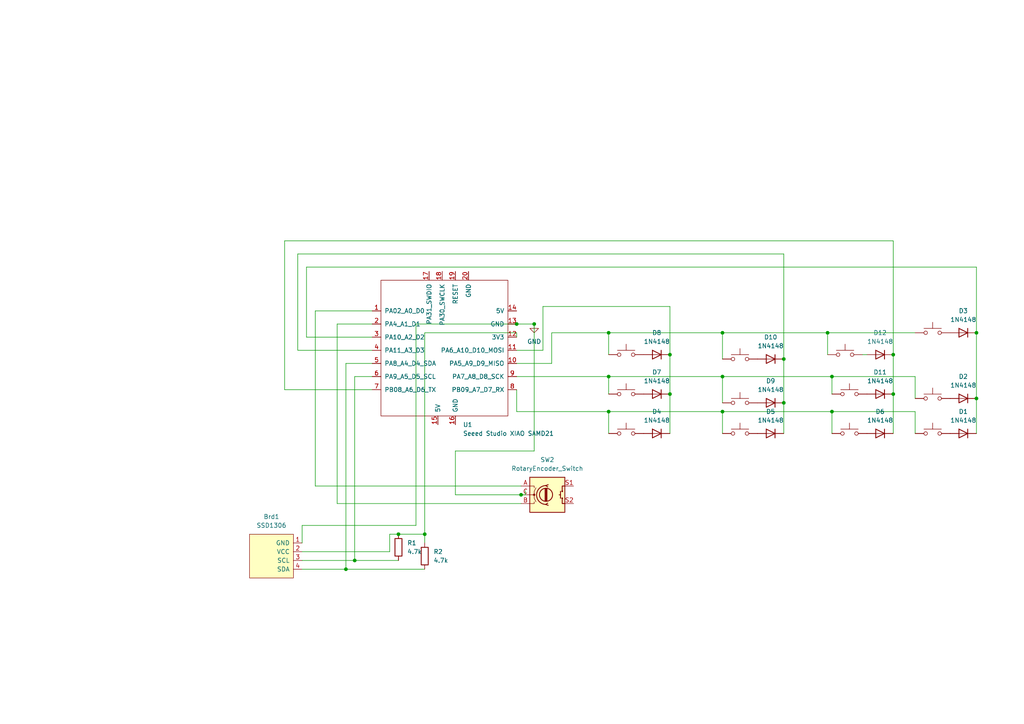
<source format=kicad_sch>
(kicad_sch (version 20231120) (generator "eeschema") (generator_version "8.0")
  (paper "A4")
  (lib_symbols
    (symbol "Device:R" (pin_numbers hide) (pin_names (offset 0))
      (property "Reference" "R" (at 2.032 0 90))
      (property "Value" "R" (at 0 0 90))
      (symbol "R_0_1"
        (rectangle (start -1.016 -2.54) (end 1.016 2.54) (stroke (width 0.254)))
      )
      (symbol "R_1_1"
        (pin passive line (at 0 3.81 270) (length 1.27) (name "~") (number "1"))
        (pin passive line (at 0 -3.81 90) (length 1.27) (name "~") (number "2"))
      )
    )
    (symbol "Device:RotaryEncoder_Switch" (pin_names (offset 0.254) hide)
      (property "Reference" "SW" (at 0 6.604 0))
      (property "Value" "RotaryEncoder_Switch" (at 0 -6.604 0))
      (symbol "RotaryEncoder_Switch_0_1"
        (rectangle (start -5.08 5.08) (end 5.08 -5.08) (stroke (width 0.254)) (fill (type background)))
        (circle (center -3.81 0) (radius 0.254) (fill (type outline)))
        (circle (center -0.381 0) (radius 1.905) (stroke (width 0.254)))
        (arc (start -0.381 2.667) (mid -3.0988 -0.0635) (end -0.381 -2.794) (stroke (width 0.254)))
        (polyline (pts (xy -0.635 -1.778) (xy -0.635 1.778)) (stroke (width 0.254)))
        (polyline (pts (xy -0.381 -1.778) (xy -0.381 1.778)) (stroke (width 0.254)))
        (polyline (pts (xy -0.127 1.778) (xy -0.127 -1.778)) (stroke (width 0.254)))
        (polyline (pts (xy 3.81 0) (xy 3.429 0)) (stroke (width 0.254)))
        (polyline (pts (xy 3.81 1.016) (xy 3.81 -1.016)) (stroke (width 0.254)))
        (polyline (pts (xy -5.08 -2.54) (xy -3.81 -2.54) (xy -3.81 -2.032)))
        (polyline (pts (xy -5.08 2.54) (xy -3.81 2.54) (xy -3.81 2.032)))
        (polyline (pts (xy 0.254 -3.048) (xy -0.508 -2.794) (xy 0.127 -2.413)) (stroke (width 0.254)))
        (polyline (pts (xy 0.254 2.921) (xy -0.508 2.667) (xy 0.127 2.286)) (stroke (width 0.254)))
        (polyline (pts (xy 5.08 -2.54) (xy 4.318 -2.54) (xy 4.318 -1.016)) (stroke (width 0.254)))
        (polyline (pts (xy 5.08 2.54) (xy 4.318 2.54) (xy 4.318 1.016)) (stroke (width 0.254)))
        (polyline (pts (xy -5.08 0) (xy -3.81 0) (xy -3.81 -1.016) (xy -3.302 -2.032)))
        (polyline (pts (xy -4.318 0) (xy -3.81 0) (xy -3.81 1.016) (xy -3.302 2.032)))
        (circle (center 4.318 -1.016) (radius 0.127) (stroke (width 0.254)))
        (circle (center 4.318 1.016) (radius 0.127) (stroke (width 0.254)))
      )
      (symbol "RotaryEncoder_Switch_1_1"
        (pin passive line (at -7.62 2.54 0) (length 2.54) (name "A") (number "A"))
        (pin passive line (at -7.62 -2.54 0) (length 2.54) (name "B") (number "B"))
        (pin passive line (at -7.62 0 0) (length 2.54) (name "C") (number "C"))
        (pin passive line (at 7.62 2.54 180) (length 2.54) (name "S1") (number "S1"))
        (pin passive line (at 7.62 -2.54 180) (length 2.54) (name "S2") (number "S2"))
      )
    )
    (symbol "Diode:1N4148" (pin_numbers hide) (pin_names hide)
      (property "Reference" "D" (at 0 2.54 0))
      (property "Value" "1N4148" (at 0 -2.54 0))
      (symbol "1N4148_0_1"
        (polyline (pts (xy -1.27 1.27) (xy -1.27 -1.27)) (stroke (width 0.254)))
        (polyline (pts (xy 1.27 0) (xy -1.27 0)))
        (polyline (pts (xy 1.27 1.27) (xy 1.27 -1.27) (xy -1.27 0) (xy 1.27 1.27)) (stroke (width 0.254)))
      )
      (symbol "1N4148_1_1"
        (pin passive line (at -3.81 0 0) (length 2.54) (name "K") (number "1"))
        (pin passive line (at 3.81 0 180) (length 2.54) (name "A") (number "2"))
      )
    )
    (symbol "SSD1306-128x64_OLED:SSD1306" (pin_names (offset 1.016))
      (property "Reference" "Brd" (at 0 -3.81 0))
      (property "Value" "SSD1306" (at 0 -1.27 0))
      (symbol "SSD1306_0_1"
        (rectangle (start -6.35 6.35) (end 6.35 -6.35) (fill (type background)))
      )
      (symbol "SSD1306_1_1"
        (pin input line (at -3.81 8.89 270) (length 2.54) (name "GND") (number "1"))
        (pin input line (at -1.27 8.89 270) (length 2.54) (name "VCC") (number "2"))
        (pin input line (at 1.27 8.89 270) (length 2.54) (name "SCL") (number "3"))
        (pin input line (at 3.81 8.89 270) (length 2.54) (name "SDA") (number "4"))
      )
    )
    (symbol "Seeed_Studio_XIAO_Series:Seeed Studio XIAO SAMD21" (pin_names (offset 1.016))
      (property "Reference" "U" (at -19.05 22.86 0))
      (property "Value" "Seeed Studio XIAO SAMD21" (at -12.7 21.59 0))
      (symbol "Seeed Studio XIAO SAMD21_0_1"
        (rectangle (start -19.05 20.32) (end 17.78 -19.05))
      )
      (symbol "Seeed Studio XIAO SAMD21_1_1"
        (pin unspecified line (at -21.59 11.43 0) (length 2.54) (name "PA02_A0_D0") (number "1"))
        (pin unspecified line (at 20.32 -3.81 180) (length 2.54) (name "PA5_A9_D9_MISO") (number "10"))
        (pin unspecified line (at 20.32 0 180) (length 2.54) (name "PA6_A10_D10_MOSI") (number "11"))
        (pin unspecified line (at 20.32 3.81 180) (length 2.54) (name "3V3") (number "12"))
        (pin unspecified line (at 20.32 7.62 180) (length 2.54) (name "GND") (number "13"))
        (pin unspecified line (at 20.32 11.43 180) (length 2.54) (name "5V") (number "14"))
        (pin input line (at -2.54 -21.59 90) (length 2.54) (name "5V") (number "15"))
        (pin input line (at 2.54 -21.59 90) (length 2.54) (name "GND") (number "16"))
        (pin input line (at -5.08 22.86 270) (length 2.54) (name "PA31_SWDIO") (number "17"))
        (pin input line (at -1.27 22.86 270) (length 2.54) (name "PA30_SWCLK") (number "18"))
        (pin input line (at 2.54 22.86 270) (length 2.54) (name "RESET") (number "19"))
        (pin unspecified line (at -21.59 7.62 0) (length 2.54) (name "PA4_A1_D1") (number "2"))
        (pin input line (at 6.35 22.86 270) (length 2.54) (name "GND") (number "20"))
        (pin unspecified line (at -21.59 3.81 0) (length 2.54) (name "PA10_A2_D2") (number "3"))
        (pin unspecified line (at -21.59 0 0) (length 2.54) (name "PA11_A3_D3") (number "4"))
        (pin unspecified line (at -21.59 -3.81 0) (length 2.54) (name "PA8_A4_D4_SDA") (number "5"))
        (pin unspecified line (at -21.59 -7.62 0) (length 2.54) (name "PA9_A5_D5_SCL") (number "6"))
        (pin unspecified line (at -21.59 -11.43 0) (length 2.54) (name "PB08_A6_D6_TX") (number "7"))
        (pin unspecified line (at 20.32 -11.43 180) (length 2.54) (name "PB09_A7_D7_RX") (number "8"))
        (pin unspecified line (at 20.32 -7.62 180) (length 2.54) (name "PA7_A8_D8_SCK") (number "9"))
      )
    )
    (symbol "Switch:SW_Push" (pin_numbers hide) (pin_names (offset 1.016) hide)
      (property "Reference" "SW" (at 1.27 2.54 0))
      (property "Value" "SW_Push" (at 0 -1.524 0))
      (symbol "SW_Push_0_1"
        (circle (center -2.032 0) (radius 0.508))
        (polyline (pts (xy 0 1.27) (xy 0 3.048)))
        (polyline (pts (xy 2.54 1.27) (xy -2.54 1.27)))
        (circle (center 2.032 0) (radius 0.508))
        (pin passive line (at -5.08 0 0) (length 2.54) (name "1") (number "1"))
        (pin passive line (at 5.08 0 180) (length 2.54) (name "2") (number "2"))
      )
    )
    (symbol "power:GND" (power) (pin_numbers hide) (pin_names (offset 0) hide)
      (property "Value" "GND" (at 0 -3.81 0))
      (symbol "GND_0_1"
        (polyline (pts (xy 0 0) (xy 0 -1.27) (xy 1.27 -1.27) (xy 0 -2.54) (xy -1.27 -1.27) (xy 0 -1.27)))
      )
      (symbol "GND_1_1"
        (pin power_in line (at 0 0 270) (length 0) (name "~") (number "1"))
      )
    )
  )
  (junction (at 154.94 93.98))
  (junction (at 194.31 114.3))
  (junction (at 194.31 102.87))
  (junction (at 209.55 109.22))
  (junction (at 241.3 109.22))
  (junction (at 102.87 162.56))
  (junction (at 176.53 96.52))
  (junction (at 151.13 143.51))
  (junction (at 123.19 154.94))
  (junction (at 240.03 96.52))
  (junction (at 149.86 93.98))
  (junction (at 241.3 119.38))
  (junction (at 115.57 154.94))
  (junction (at 209.55 119.38))
  (junction (at 283.21 96.52))
  (junction (at 227.33 116.84))
  (junction (at 283.21 115.57))
  (junction (at 176.53 109.22))
  (junction (at 259.08 114.3))
  (junction (at 176.53 119.38))
  (junction (at 100.33 165.1))
  (junction (at 259.08 102.87))
  (junction (at 227.33 104.14))
  (junction (at 209.55 96.52))
  (wire (pts (xy 241.3 119.38) (xy 241.3 125.73)))
  (wire (pts (xy 160.02 105.41) (xy 160.02 96.52)))
  (wire (pts (xy 97.79 146.05) (xy 97.79 93.98)))
  (wire (pts (xy 209.55 119.38) (xy 241.3 119.38)))
  (wire (pts (xy 87.63 162.56) (xy 102.87 162.56)))
  (wire (pts (xy 100.33 165.1) (xy 123.19 165.1)))
  (wire (pts (xy 87.63 152.4) (xy 120.65 152.4)))
  (wire (pts (xy 151.13 146.05) (xy 97.79 146.05)))
  (wire (pts (xy 176.53 109.22) (xy 176.53 114.3)))
  (wire (pts (xy 113.03 154.94) (xy 115.57 154.94)))
  (wire (pts (xy 176.53 119.38) (xy 209.55 119.38)))
  (wire (pts (xy 132.08 143.51) (xy 151.13 143.51)))
  (wire (pts (xy 241.3 119.38) (xy 265.43 119.38)))
  (wire (pts (xy 86.36 73.66) (xy 86.36 101.6)))
  (wire (pts (xy 157.48 101.6) (xy 149.86 101.6)))
  (wire (pts (xy 88.9 77.47) (xy 88.9 97.79)))
  (wire (pts (xy 283.21 96.52) (xy 283.21 115.57)))
  (wire (pts (xy 132.08 130.81) (xy 154.94 130.81)))
  (wire (pts (xy 240.03 96.52) (xy 265.43 96.52)))
  (wire (pts (xy 194.31 88.9) (xy 157.48 88.9)))
  (wire (pts (xy 88.9 97.79) (xy 107.95 97.79)))
  (wire (pts (xy 88.9 77.47) (xy 283.21 77.47)))
  (wire (pts (xy 154.94 130.81) (xy 154.94 93.98)))
  (wire (pts (xy 115.57 154.94) (xy 123.19 154.94)))
  (wire (pts (xy 283.21 115.57) (xy 283.21 125.73)))
  (wire (pts (xy 100.33 105.41) (xy 107.95 105.41)))
  (wire (pts (xy 149.86 119.38) (xy 176.53 119.38)))
  (wire (pts (xy 265.43 119.38) (xy 265.43 125.73)))
  (wire (pts (xy 102.87 162.56) (xy 115.57 162.56)))
  (wire (pts (xy 209.55 109.22) (xy 241.3 109.22)))
  (wire (pts (xy 194.31 102.87) (xy 194.31 88.9)))
  (wire (pts (xy 87.63 157.48) (xy 87.63 152.4)))
  (wire (pts (xy 160.02 96.52) (xy 176.53 96.52)))
  (wire (pts (xy 123.19 96.52) (xy 123.19 154.94)))
  (wire (pts (xy 120.65 93.98) (xy 149.86 93.98)))
  (wire (pts (xy 100.33 165.1) (xy 100.33 105.41)))
  (wire (pts (xy 82.55 113.03) (xy 107.95 113.03)))
  (wire (pts (xy 149.86 105.41) (xy 160.02 105.41)))
  (wire (pts (xy 149.86 113.03) (xy 149.86 119.38)))
  (wire (pts (xy 227.33 104.14) (xy 227.33 73.66)))
  (wire (pts (xy 259.08 69.85) (xy 259.08 102.87)))
  (wire (pts (xy 176.53 96.52) (xy 176.53 102.87)))
  (wire (pts (xy 87.63 165.1) (xy 100.33 165.1)))
  (wire (pts (xy 86.36 101.6) (xy 107.95 101.6)))
  (wire (pts (xy 120.65 152.4) (xy 120.65 93.98)))
  (wire (pts (xy 209.55 109.22) (xy 176.53 109.22)))
  (wire (pts (xy 157.48 88.9) (xy 157.48 101.6)))
  (wire (pts (xy 259.08 102.87) (xy 259.08 114.3)))
  (wire (pts (xy 240.03 96.52) (xy 240.03 102.87)))
  (wire (pts (xy 265.43 115.57) (xy 265.43 109.22)))
  (wire (pts (xy 209.55 96.52) (xy 209.55 104.14)))
  (wire (pts (xy 123.19 96.52) (xy 149.86 96.52)))
  (wire (pts (xy 149.86 96.52) (xy 149.86 97.79)))
  (wire (pts (xy 82.55 69.85) (xy 82.55 113.03)))
  (wire (pts (xy 227.33 73.66) (xy 86.36 73.66)))
  (wire (pts (xy 194.31 125.73) (xy 194.31 114.3)))
  (wire (pts (xy 227.33 125.73) (xy 227.33 116.84)))
  (wire (pts (xy 251.46 102.87) (xy 250.19 102.87)))
  (wire (pts (xy 132.08 143.51) (xy 132.08 130.81)))
  (wire (pts (xy 123.19 154.94) (xy 123.19 157.48)))
  (wire (pts (xy 113.03 160.02) (xy 113.03 154.94)))
  (wire (pts (xy 259.08 114.3) (xy 259.08 125.73)))
  (wire (pts (xy 152.4 142.24) (xy 152.4 143.51)))
  (wire (pts (xy 102.87 109.22) (xy 107.95 109.22)))
  (wire (pts (xy 176.53 109.22) (xy 149.86 109.22)))
  (wire (pts (xy 283.21 77.47) (xy 283.21 96.52)))
  (wire (pts (xy 91.44 90.17) (xy 107.95 90.17)))
  (wire (pts (xy 259.08 69.85) (xy 82.55 69.85)))
  (wire (pts (xy 241.3 109.22) (xy 265.43 109.22)))
  (wire (pts (xy 176.53 96.52) (xy 209.55 96.52)))
  (wire (pts (xy 209.55 96.52) (xy 240.03 96.52)))
  (wire (pts (xy 194.31 114.3) (xy 194.31 102.87)))
  (wire (pts (xy 241.3 114.3) (xy 241.3 109.22)))
  (wire (pts (xy 149.86 93.98) (xy 154.94 93.98)))
  (wire (pts (xy 209.55 109.22) (xy 209.55 116.84)))
  (wire (pts (xy 102.87 162.56) (xy 102.87 109.22)))
  (wire (pts (xy 151.13 140.97) (xy 91.44 140.97)))
  (wire (pts (xy 227.33 116.84) (xy 227.33 104.14)))
  (wire (pts (xy 152.4 143.51) (xy 151.13 143.51)))
  (wire (pts (xy 209.55 119.38) (xy 209.55 125.73)))
  (wire (pts (xy 87.63 160.02) (xy 113.03 160.02)))
  (wire (pts (xy 91.44 140.97) (xy 91.44 90.17)))
  (wire (pts (xy 97.79 93.98) (xy 107.95 93.98)))
  (wire (pts (xy 176.53 125.73) (xy 176.53 119.38)))
  (symbol (lib_id "Device:RotaryEncoder_Switch") (at 158.75 143.51 0) (unit 1)
    (property "Reference" "SW2" (at 158.75 133.35 0))
    (property "Value" "RotaryEncoder_Switch" (at 158.75 135.89 0))
    (property "Footprint" "Rotary_Encoder:RotaryEncoder_Alps_EC11E-Switch_Vertical_H20mm" (effects (hide yes)))
    (property "Description" "Rotary encoder, dual channel, incremental quadrate outputs, with switch" (effects (hide yes)))
  )
  (symbol (lib_id "Switch:SW_Push") (at 181.61 114.3 0) (unit 1)
    (property "Reference" "SW8" (effects (hide yes)))
    (property "Value" "SW_Push" (effects (hide yes)))
    (property "Footprint" "Button_Switch_Keyboard:SW_Cherry_MX_1.00u_PCB" (effects (hide yes)))
    (property "Description" "Push button switch, generic, two pins" (effects (hide yes)))
  )
  (symbol (lib_id "Diode:1N4148") (at 190.5 125.73 0) (mirror y) (unit 1)
    (property "Reference" "D4" (at 190.5 119.38 0))
    (property "Value" "1N4148" (at 190.5 121.92 0))
    (property "Footprint" "Diode_THT:D_DO-35_SOD27_P7.62mm_Horizontal" (effects (hide yes)))
    (property "Datasheet" "https://assets.nexperia.com/documents/data-sheet/1N4148_1N4448.pdf" (effects (hide yes)))
    (property "Description" "100V 0.15A standard switching diode, DO-35" (effects (hide yes)))
    (property "Sim.Device" "D" (effects (hide yes)))
    (property "Sim.Pins" "1=K 2=A" (effects (hide yes)))
  )
  (symbol (lib_id "Diode:1N4148") (at 279.4 115.57 0) (mirror y) (unit 1)
    (property "Reference" "D2" (at 279.4 109.22 0))
    (property "Value" "1N4148" (at 279.4 111.76 0))
    (property "Footprint" "Diode_THT:D_DO-35_SOD27_P7.62mm_Horizontal" (effects (hide yes)))
    (property "Datasheet" "https://assets.nexperia.com/documents/data-sheet/1N4148_1N4448.pdf" (effects (hide yes)))
    (property "Description" "100V 0.15A standard switching diode, DO-35" (effects (hide yes)))
    (property "Sim.Device" "D" (effects (hide yes)))
    (property "Sim.Pins" "1=K 2=A" (effects (hide yes)))
  )
  (symbol (lib_id "SSD1306-128x64_OLED:SSD1306") (at 78.74 161.29 270) (unit 1)
    (property "Reference" "Brd1" (at 78.74 149.86 90))
    (property "Value" "SSD1306" (at 78.74 152.4 90))
    (property "Footprint" "Display:Adafruit_SSD1306" (effects (hide yes)))
    (property "Description" "SSD1306 OLED" (effects (hide yes)))
  )
  (symbol (lib_id "Diode:1N4148") (at 255.27 125.73 0) (mirror y) (unit 1)
    (property "Reference" "D6" (at 255.27 119.38 0))
    (property "Value" "1N4148" (at 255.27 121.92 0))
    (property "Footprint" "Diode_THT:D_DO-35_SOD27_P7.62mm_Horizontal" (effects (hide yes)))
    (property "Datasheet" "https://assets.nexperia.com/documents/data-sheet/1N4148_1N4448.pdf" (effects (hide yes)))
    (property "Description" "100V 0.15A standard switching diode, DO-35" (effects (hide yes)))
    (property "Sim.Device" "D" (effects (hide yes)))
    (property "Sim.Pins" "1=K 2=A" (effects (hide yes)))
  )
  (symbol (lib_id "Diode:1N4148") (at 223.52 125.73 0) (mirror y) (unit 1)
    (property "Reference" "D5" (at 223.52 119.38 0))
    (property "Value" "1N4148" (at 223.52 121.92 0))
    (property "Footprint" "Diode_THT:D_DO-35_SOD27_P7.62mm_Horizontal" (effects (hide yes)))
    (property "Datasheet" "https://assets.nexperia.com/documents/data-sheet/1N4148_1N4448.pdf" (effects (hide yes)))
    (property "Description" "100V 0.15A standard switching diode, DO-35" (effects (hide yes)))
    (property "Sim.Device" "D" (effects (hide yes)))
    (property "Sim.Pins" "1=K 2=A" (effects (hide yes)))
  )
  (symbol (lib_id "Diode:1N4148") (at 223.52 104.14 0) (mirror y) (unit 1)
    (property "Reference" "D10" (at 223.52 97.79 0))
    (property "Value" "1N4148" (at 223.52 100.33 0))
    (property "Footprint" "Diode_THT:D_DO-35_SOD27_P7.62mm_Horizontal" (effects (hide yes)))
    (property "Datasheet" "https://assets.nexperia.com/documents/data-sheet/1N4148_1N4448.pdf" (effects (hide yes)))
    (property "Description" "100V 0.15A standard switching diode, DO-35" (effects (hide yes)))
    (property "Sim.Device" "D" (effects (hide yes)))
    (property "Sim.Pins" "1=K 2=A" (effects (hide yes)))
  )
  (symbol (lib_id "Diode:1N4148") (at 190.5 114.3 0) (mirror y) (unit 1)
    (property "Reference" "D7" (at 190.5 107.95 0))
    (property "Value" "1N4148" (at 190.5 110.49 0))
    (property "Footprint" "Diode_THT:D_DO-35_SOD27_P7.62mm_Horizontal" (effects (hide yes)))
    (property "Datasheet" "https://assets.nexperia.com/documents/data-sheet/1N4148_1N4448.pdf" (effects (hide yes)))
    (property "Description" "100V 0.15A standard switching diode, DO-35" (effects (hide yes)))
    (property "Sim.Device" "D" (effects (hide yes)))
    (property "Sim.Pins" "1=K 2=A" (effects (hide yes)))
  )
  (symbol (lib_id "Diode:1N4148") (at 223.52 116.84 0) (mirror y) (unit 1)
    (property "Reference" "D9" (at 223.52 110.49 0))
    (property "Value" "1N4148" (at 223.52 113.03 0))
    (property "Footprint" "Diode_THT:D_DO-35_SOD27_P7.62mm_Horizontal" (effects (hide yes)))
    (property "Datasheet" "https://assets.nexperia.com/documents/data-sheet/1N4148_1N4448.pdf" (effects (hide yes)))
    (property "Description" "100V 0.15A standard switching diode, DO-35" (effects (hide yes)))
    (property "Sim.Device" "D" (effects (hide yes)))
    (property "Sim.Pins" "1=K 2=A" (effects (hide yes)))
  )
  (symbol (lib_id "Switch:SW_Push") (at 214.63 116.84 0) (unit 1)
    (property "Reference" "SW10" (effects (hide yes)))
    (property "Value" "SW_Push" (effects (hide yes)))
    (property "Footprint" "Button_Switch_Keyboard:SW_Cherry_MX_1.00u_PCB" (effects (hide yes)))
    (property "Description" "Push button switch, generic, two pins" (effects (hide yes)))
  )
  (symbol (lib_id "Device:R") (at 115.57 158.75 180) (unit 1)
    (property "Reference" "R1" (at 118.11 157.4799 0) (effects (justify right)))
    (property "Value" "4.7k" (at 118.11 160.0199 0) (effects (justify right)))
    (property "Description" "Resistor" (effects (hide yes)))
  )
  (symbol (lib_id "Switch:SW_Push") (at 246.38 114.3 0) (unit 1)
    (property "Reference" "SW12" (effects (hide yes)))
    (property "Value" "SW_Push" (effects (hide yes)))
    (property "Footprint" "Button_Switch_Keyboard:SW_Cherry_MX_1.00u_PCB" (effects (hide yes)))
    (property "Description" "Push button switch, generic, two pins" (effects (hide yes)))
  )
  (symbol (lib_id "Switch:SW_Push") (at 270.51 115.57 0) (unit 1)
    (property "Reference" "SW1" (effects (hide yes)))
    (property "Value" "SW_Push" (effects (hide yes)))
    (property "Footprint" "Button_Switch_Keyboard:SW_Cherry_MX_1.00u_PCB" (effects (hide yes)))
    (property "Description" "Push button switch, generic, two pins" (effects (hide yes)))
  )
  (symbol (lib_id "Diode:1N4148") (at 255.27 114.3 0) (mirror y) (unit 1)
    (property "Reference" "D11" (at 255.27 107.95 0))
    (property "Value" "1N4148" (at 255.27 110.49 0))
    (property "Footprint" "Diode_THT:D_DO-35_SOD27_P7.62mm_Horizontal" (effects (hide yes)))
    (property "Datasheet" "https://assets.nexperia.com/documents/data-sheet/1N4148_1N4448.pdf" (effects (hide yes)))
    (property "Description" "100V 0.15A standard switching diode, DO-35" (effects (hide yes)))
    (property "Sim.Device" "D" (effects (hide yes)))
    (property "Sim.Pins" "1=K 2=A" (effects (hide yes)))
  )
  (symbol (lib_id "Seeed_Studio_XIAO_Series:Seeed Studio XIAO SAMD21") (at 129.54 101.6 0) (unit 1)
    (property "Reference" "U1" (at 134.2741 123.19 0) (effects (justify left)))
    (property "Value" "Seeed Studio XIAO SAMD21" (at 134.2741 125.73 0) (effects (justify left)))
    (property "Footprint" "OPL_Kicad_Library-master:XIAO-Generic-Thruhole-14P-2.54-21X17.8MM" (effects (hide yes)))
  )
  (symbol (lib_id "Switch:SW_Push") (at 181.61 125.73 0) (unit 1)
    (property "Reference" "SW4" (effects (hide yes)))
    (property "Value" "SW_Push" (effects (hide yes)))
    (property "Footprint" "Button_Switch_Keyboard:SW_Cherry_MX_1.00u_PCB" (effects (hide yes)))
    (property "Description" "Push button switch, generic, two pins" (effects (hide yes)))
  )
  (symbol (lib_id "Diode:1N4148") (at 255.27 102.87 0) (mirror y) (unit 1)
    (property "Reference" "D12" (at 255.27 96.52 0))
    (property "Value" "1N4148" (at 255.27 99.06 0))
    (property "Footprint" "Diode_THT:D_DO-35_SOD27_P7.62mm_Horizontal" (effects (hide yes)))
    (property "Datasheet" "https://assets.nexperia.com/documents/data-sheet/1N4148_1N4448.pdf" (effects (hide yes)))
    (property "Description" "100V 0.15A standard switching diode, DO-35" (effects (hide yes)))
    (property "Sim.Device" "D" (effects (hide yes)))
    (property "Sim.Pins" "1=K 2=A" (effects (hide yes)))
  )
  (symbol (lib_id "Switch:SW_Push") (at 181.61 102.87 0) (unit 1)
    (property "Reference" "SW9" (effects (hide yes)))
    (property "Value" "SW_Push" (effects (hide yes)))
    (property "Footprint" "Button_Switch_Keyboard:SW_Cherry_MX_1.00u_PCB" (effects (hide yes)))
    (property "Description" "Push button switch, generic, two pins" (effects (hide yes)))
  )
  (symbol (lib_id "Switch:SW_Push") (at 214.63 104.14 0) (unit 1)
    (property "Reference" "SW11" (effects (hide yes)))
    (property "Value" "SW_Push" (effects (hide yes)))
    (property "Footprint" "Button_Switch_Keyboard:SW_Cherry_MX_1.00u_PCB" (effects (hide yes)))
    (property "Description" "Push button switch, generic, two pins" (effects (hide yes)))
  )
  (symbol (lib_id "Switch:SW_Push") (at 270.51 96.52 0) (unit 1)
    (property "Reference" "SW3" (effects (hide yes)))
    (property "Value" "SW_Push" (effects (hide yes)))
    (property "Footprint" "Button_Switch_Keyboard:SW_Cherry_MX_1.00u_PCB" (effects (hide yes)))
    (property "Description" "Push button switch, generic, two pins" (effects (hide yes)))
  )
  (symbol (lib_id "power:GND") (at 154.94 93.98 0) (unit 1)
    (property "Reference" "#PWR01" (effects (hide yes)))
    (property "Value" "GND" (at 154.94 99.06 0))
    (property "Description" "Power symbol creates a global label with name \"GND\" , ground" (effects (hide yes)))
  )
  (symbol (lib_id "Switch:SW_Push") (at 214.63 125.73 0) (unit 1)
    (property "Reference" "SW6" (effects (hide yes)))
    (property "Value" "SW_Push" (effects (hide yes)))
    (property "Footprint" "Button_Switch_Keyboard:SW_Cherry_MX_1.00u_PCB" (effects (hide yes)))
    (property "Description" "Push button switch, generic, two pins" (effects (hide yes)))
  )
  (symbol (lib_id "Switch:SW_Push") (at 246.38 125.73 0) (unit 1)
    (property "Reference" "SW7" (effects (hide yes)))
    (property "Value" "SW_Push" (effects (hide yes)))
    (property "Footprint" "Button_Switch_Keyboard:SW_Cherry_MX_1.00u_PCB" (effects (hide yes)))
    (property "Description" "Push button switch, generic, two pins" (effects (hide yes)))
  )
  (symbol (lib_id "Diode:1N4148") (at 190.5 102.87 0) (mirror y) (unit 1)
    (property "Reference" "D8" (at 190.5 96.52 0))
    (property "Value" "1N4148" (at 190.5 99.06 0))
    (property "Footprint" "Diode_THT:D_DO-35_SOD27_P7.62mm_Horizontal" (effects (hide yes)))
    (property "Datasheet" "https://assets.nexperia.com/documents/data-sheet/1N4148_1N4448.pdf" (effects (hide yes)))
    (property "Description" "100V 0.15A standard switching diode, DO-35" (effects (hide yes)))
    (property "Sim.Device" "D" (effects (hide yes)))
    (property "Sim.Pins" "1=K 2=A" (effects (hide yes)))
  )
  (symbol (lib_id "Diode:1N4148") (at 279.4 125.73 0) (mirror y) (unit 1)
    (property "Reference" "D1" (at 279.4 119.38 0))
    (property "Value" "1N4148" (at 279.4 121.92 0))
    (property "Footprint" "Diode_THT:D_DO-35_SOD27_P7.62mm_Horizontal" (effects (hide yes)))
    (property "Datasheet" "https://assets.nexperia.com/documents/data-sheet/1N4148_1N4448.pdf" (effects (hide yes)))
    (property "Description" "100V 0.15A standard switching diode, DO-35" (effects (hide yes)))
    (property "Sim.Device" "D" (effects (hide yes)))
    (property "Sim.Pins" "1=K 2=A" (effects (hide yes)))
  )
  (symbol (lib_id "Switch:SW_Push") (at 270.51 125.73 0) (unit 1)
    (property "Reference" "SW5" (effects (hide yes)))
    (property "Value" "SW_Push" (effects (hide yes)))
    (property "Footprint" "Button_Switch_Keyboard:SW_Cherry_MX_1.00u_PCB" (effects (hide yes)))
    (property "Description" "Push button switch, generic, two pins" (effects (hide yes)))
  )
  (symbol (lib_id "Switch:SW_Push") (at 245.11 102.87 0) (unit 1)
    (property "Reference" "SW13" (effects (hide yes)))
    (property "Value" "SW_Push" (effects (hide yes)))
    (property "Footprint" "Button_Switch_Keyboard:SW_Cherry_MX_1.00u_PCB" (effects (hide yes)))
    (property "Description" "Push button switch, generic, two pins" (effects (hide yes)))
  )
  (symbol (lib_id "Device:R") (at 123.19 161.29 180) (unit 1)
    (property "Reference" "R2" (at 125.73 160.0199 0) (effects (justify right)))
    (property "Value" "4.7k" (at 125.73 162.5599 0) (effects (justify right)))
    (property "Description" "Resistor" (effects (hide yes)))
  )
  (symbol (lib_id "Diode:1N4148") (at 279.4 96.52 0) (mirror y) (unit 1)
    (property "Reference" "D3" (at 279.4 90.17 0))
    (property "Value" "1N4148" (at 279.4 92.71 0))
    (property "Footprint" "Diode_THT:D_DO-35_SOD27_P7.62mm_Horizontal" (effects (hide yes)))
    (property "Datasheet" "https://assets.nexperia.com/documents/data-sheet/1N4148_1N4448.pdf" (effects (hide yes)))
    (property "Description" "100V 0.15A standard switching diode, DO-35" (effects (hide yes)))
    (property "Sim.Device" "D" (effects (hide yes)))
    (property "Sim.Pins" "1=K 2=A" (effects (hide yes)))
  )
)
</source>
